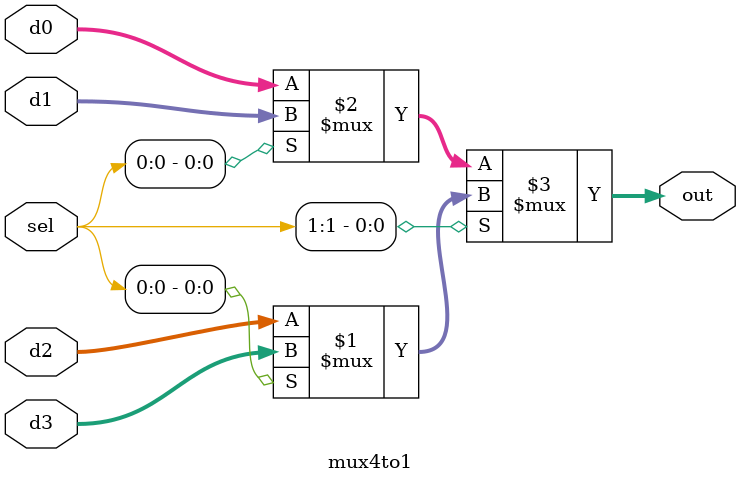
<source format=sv>

module mux4to1 #(parameter N_Bits=32)
(
  input logic [N_Bits-1:0] d0,d1,d2,d3,
  input logic [1:0]sel,
  output logic [N_Bits-1:0] out
);

 assign out = sel[1] ? (sel[0] ? d3 : d2) : (sel[0] ? d1 : d0);
 endmodule

</source>
